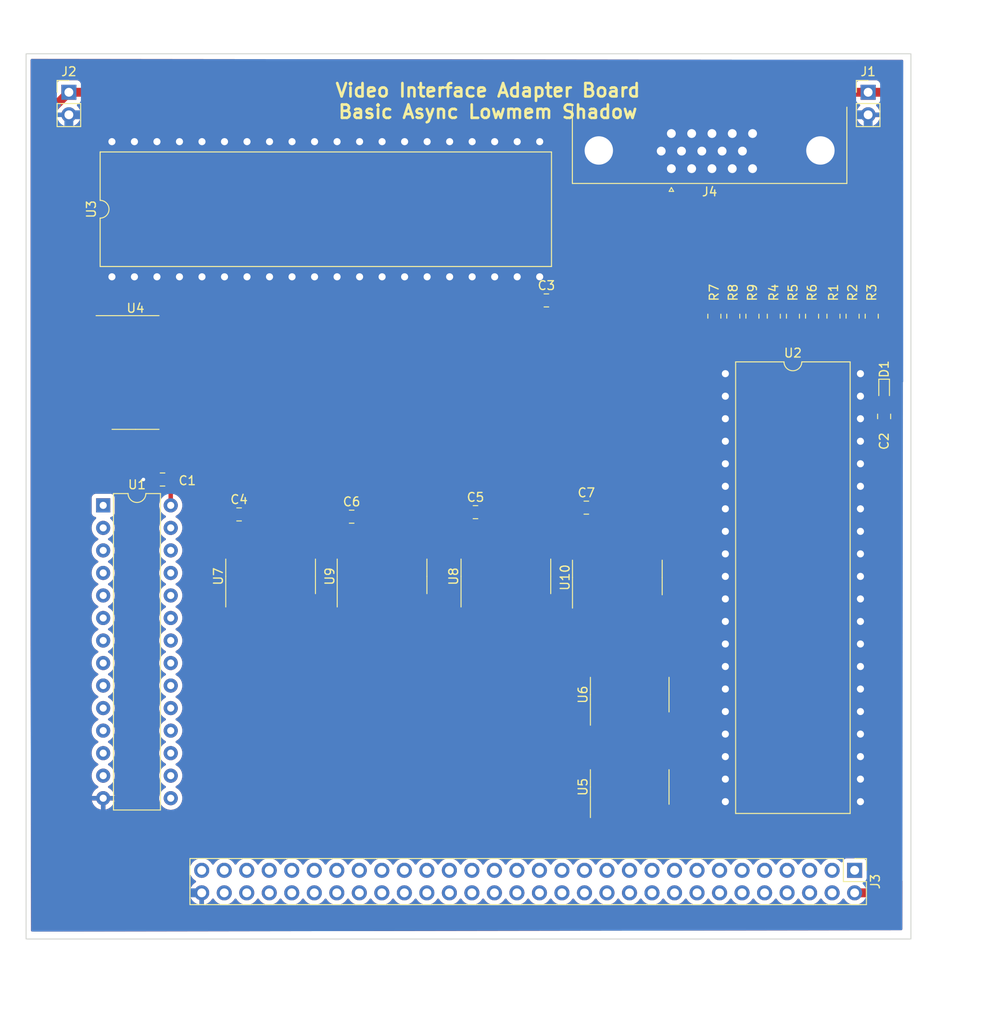
<source format=kicad_pcb>
(kicad_pcb (version 20211014) (generator pcbnew)
  (layers (0 "F.Cu" signal) (31 "B.Cu" signal) (34 "B.Paste" user) (35 "F.Paste" user) (36 "B.SilkS" user "B.Silkscreen") (37 "F.SilkS" user "F.Silkscreen") (38 "B.Mask" user) (39 "F.Mask" user) (44 "Edge.Cuts" user))
  (net 0 "")
  (net 1 "+5V")
  (net 2 "GND")
  (net 4 "Clock24")
  (net 5 "Clock3")
  (net 7 "Clock6")
  (net 8 "~{E}")
  (net 9 "E")
  (net 10 "~{Q}")
  (net 11 "Q")
  (net 12 "D0")
  (net 13 "A0")
  (net 14 "D1")
  (net 15 "A1")
  (net 16 "D2")
  (net 17 "A2")
  (net 18 "D3")
  (net 19 "A3")
  (net 20 "D4")
  (net 21 "A4")
  (net 22 "D5")
  (net 23 "A5")
  (net 24 "D6")
  (net 25 "A6")
  (net 26 "D7")
  (net 27 "A7")
  (net 28 "MAPPED_MEM")
  (net 29 "A8")
  (net 30 "ROM{slash}~{RAM}")
  (net 31 "A9")
  (net 32 "Q1")
  (net 33 "A10")
  (net 34 "Q2")
  (net 35 "A11")
  (net 36 "Q3")
  (net 37 "A12")
  (net 38 "Q4")
  (net 39 "A13")
  (net 40 "Q5")
  (net 41 "A14")
  (net 42 "Q6")
  (net 43 "A15")
  (net 44 "Q7")
  (net 46 "Q8")
  (net 47 "~{RESET}")
  (net 48 "~{DMA}")
  (net 49 "~{NMI}")
  (net 50 "R{slash}~{W}")
  (net 51 "~{FIRQ}")
  (net 52 "~{HALT}")
  (net 53 "~{IRQ}")
  (net 55 "BA")
  (net 56 "MRDY")
  (net 57 "BS")
  (net 61 "+5VD")
  (net 62 "Rvga")
  (net 63 "Net-(R1-Pad2)")
  (net 64 "Net-(R2-Pad2)")
  (net 65 "Net-(R3-Pad2)")
  (net 66 "Gvga")
  (net 67 "Net-(R4-Pad2)")
  (net 68 "Net-(R5-Pad2)")
  (net 69 "Net-(R6-Pad2)")
  (net 70 "Bvga")
  (net 71 "Net-(R7-Pad2)")
  (net 72 "Net-(R8-Pad2)")
  (net 73 "Net-(R9-Pad2)")
  (net 74 "DD0")
  (net 75 "DD1")
  (net 76 "DD2")
  (net 77 "DD3")
  (net 78 "DD4")
  (net 79 "DD5")
  (net 80 "DD6")
  (net 81 "DD7")
  (net 85 "VCLK")
  (net 86 "~{LOAD_BASE}{slash}RUN")
  (net 87 "~{A}{slash}G")
  (net 93 "PA0")
  (net 94 "PA1")
  (net 95 "PA2")
  (net 96 "PA3")
  (net 97 "PA4")
  (net 98 "PA5")
  (net 99 "PA6")
  (net 100 "PA7")
  (net 101 "PB0")
  (net 102 "PB1")
  (net 103 "PB2")
  (net 104 "PB3")
  (net 105 "PB4")
  (net 106 "PB5")
  (net 107 "PB6")
  (net 108 "CB0")
  (net 109 "CB1")
  (net 110 "~{CS2}")
  (net 111 "CA1")
  (net 112 "CA0")
  (net 113 "Net-(U5-Pad2)")
  (net 114 "Net-(U5-Pad4)")
  (net 115 "Net-(U5-Pad10)")
  (net 116 "Net-(U5-Pad13)")
  (net 117 "Net-(U6-Pad13)")
  (net 118 "CARRY0")
  (net 119 "CARRY1")
  (net 120 "CARRY2")
  (net 127 "Hsync")
  (net 128 "Vsync")
  (footprint "Package_DIP:DIP-40_W15.24mm" (layer "F.Cu") (at 147.188 69.728)
    (fp_text reference "U2")
    (fp_text value "Pico")
  )
  (footprint "Package_SO:SO-16_3.9x9.9mm_P1.27mm" (layer "F.Cu") (at 108.458 92.583 90)
    (fp_text reference "U9")
    (fp_text value "74LS163")
  )
  (footprint "Capacitor_SMD:C_0805_2012Metric" (layer "F.Cu") (at 127 61.468)
    (fp_text reference "C3")
    (fp_text value "1uF")
  )
  (footprint "Resistor_SMD:R_0805_2012Metric" (layer "F.Cu") (at 154.813 63.246 -90)
    (fp_text reference "R5")
    (fp_text value "1K" hide)
  )
  (footprint "Capacitor_SMD:C_0805_2012Metric" (layer "F.Cu") (at 165.1 74.549 -90)
    (fp_text reference "C2")
    (fp_text value "10uF")
  )
  (footprint "Package_SO:SO-14_3.9x8.65mm_P1.27mm" (layer "F.Cu") (at 136.398 116.332 90)
    (fp_text reference "U5")
    (fp_text value "74HC02")
  )
  (footprint "Resistor_SMD:R_0805_2012Metric" (layer "F.Cu") (at 150.241 63.246 -90)
    (fp_text reference "R9")
    (fp_text value "2K" hide)
  )
  (footprint "Capacitor_SMD:C_0805_2012Metric" (layer "F.Cu") (at 131.506 84.836)
    (fp_text reference "C7")
    (fp_text value "1uF")
  )
  (footprint "Connector_PinHeader_2.54mm:PinHeader_1x02_P2.54mm_Vertical" (layer "F.Cu") (at 163.2966 37.9968)
    (fp_text reference "J1")
    (fp_text value "Conn_01x02_Male")
  )
  (footprint "Package_SO:SO-20_5.3x12.6mm_P1.27mm" (layer "F.Cu") (at 80.645 69.596)
    (fp_text reference "U4")
    (fp_text value "74HC244")
  )
  (footprint "Package_DIP:DIP-28_W7.62mm" (layer "F.Cu") (at 76.997 84.578)
    (fp_text reference "U1")
    (fp_text value "UM61256FK")
  )
  (footprint "Capacitor_SMD:C_0805_2012Metric" (layer "F.Cu") (at 118.999 85.344)
    (fp_text reference "C5")
    (fp_text value "1uF")
  )
  (footprint "Package_SO:SO-16_3.9x9.9mm_P1.27mm" (layer "F.Cu") (at 95.885 92.583 90)
    (fp_text reference "U7")
    (fp_text value "74LS163")
  )
  (footprint "Connector_PinHeader_2.54mm:PinHeader_1x02_P2.54mm_Vertical" (layer "F.Cu") (at 73.1266 37.9968)
    (fp_text reference "J2")
    (fp_text value "Conn_01x02_Male")
  )
  (footprint "Resistor_SMD:R_0805_2012Metric" (layer "F.Cu") (at 148.082 63.246 -90)
    (fp_text reference "R8")
    (fp_text value "1K" hide)
  )
  (footprint "Package_DIP:DIP-40_W15.24mm" (layer "F.Cu") (at 77.983 58.806 90)
    (fp_text reference "U3")
    (fp_text value "W65C21N")
  )
  (footprint "Connector_PinHeader_2.54mm:PinHeader_2x30_P2.54mm_Vertical" (layer "F.Cu") (at 161.7726 125.7284 -90)
    (fp_text reference "J3")
    (fp_text value "Conn_02x30_Odd_Even")
  )
  (footprint "Package_SO:SO-16_3.9x9.9mm_P1.27mm" (layer "F.Cu") (at 135.001 92.71 90)
    (fp_text reference "U10")
    (fp_text value "74LS163")
  )
  (footprint "Resistor_SMD:R_0805_2012Metric" (layer "F.Cu") (at 163.703 63.246 -90)
    (fp_text reference "R3")
    (fp_text value "2K" hide)
  )
  (footprint "Resistor_SMD:R_0805_2012Metric" (layer "F.Cu") (at 156.972 63.246 -90)
    (fp_text reference "R6")
    (fp_text value "2K" hide)
  )
  (footprint "Capacitor_SMD:C_0805_2012Metric" (layer "F.Cu") (at 83.693 81.661 180)
    (fp_text reference "C1")
    (fp_text value "1uF")
  )
  (footprint "Package_SO:SO-16_3.9x9.9mm_P1.27mm" (layer "F.Cu") (at 122.428 92.583 90)
    (fp_text reference "U8")
    (fp_text value "74LS163")
  )
  (footprint "Resistor_SMD:R_0805_2012Metric" (layer "F.Cu") (at 145.9465 63.246 -90)
    (fp_text reference "R7")
    (fp_text value "499R" hide)
  )
  (footprint "Capacitor_SMD:C_0805_2012Metric" (layer "F.Cu") (at 105.029 85.852)
    (fp_text reference "C6")
    (fp_text value "1uF")
  )
  (footprint "Resistor_SMD:R_0805_2012Metric" (layer "F.Cu") (at 152.654 63.246 -90)
    (fp_text reference "R4")
    (fp_text value "499R" hide)
  )
  (footprint "Connector_Dsub:DSUB-15-HD_Female_Horizontal_P2.29x1.98mm_EdgePinOffset3.03mm_Housed_MountingHolesOffset4.94mm" (layer "F.Cu") (at 141.097 46.609 180)
    (fp_text reference "J4")
    (fp_text value "DB15_Female_HighDensity_MountingHoles")
  )
  (footprint "Capacitor_SMD:C_0805_2012Metric" (layer "F.Cu") (at 92.329 85.598)
    (fp_text reference "C4")
    (fp_text value "1uF")
  )
  (footprint "Package_SO:SO-14_3.9x8.65mm_P1.27mm" (layer "F.Cu") (at 136.398 105.918 90)
    (fp_text reference "U6")
    (fp_text value "74HC21")
  )
  (footprint "Diode_SMD:D_SOD-523" (layer "F.Cu") (at 165.1 71.501 -90)
    (fp_text reference "D1")
    (fp_text value "1N5817")
  )
  (footprint "Resistor_SMD:R_0805_2012Metric" (layer "F.Cu") (at 161.544 63.246 -90)
    (fp_text reference "R2")
    (fp_text value "1K" hide)
  )
  (footprint "Resistor_SMD:R_0805_2012Metric" (layer "F.Cu") (at 159.385 63.246 -90)
    (fp_text reference "R1")
    (fp_text value "499R" hide)
  )
  (gr_rect (start 68.3006 33.655) (end 168.1226 133.477) (layer "Edge.Cuts") (width 0.1) (fill none))
  (gr_text "Video Interface Adapter Board\nBasic Async Lowmem Shadow" (at 120.396 38.989) (layer "F.SilkS") (effects (font (size 1.5 1.5) (thickness 0.3))))
  (segment (start 84.617 84.578) (end 84.617 81.687) (width 0.5) (layer "F.Cu") (net 1))
  (segment (start 166.599 56.871) (end 166.599 110.6918) (width 1) (layer "F.Cu") (net 1))
  (segment (start 84.617 81.687) (end 84.643 81.661) (width 0.5) (layer "F.Cu") (net 1))
  (segment (start 166.599 110.6918) (end 166.624 110.7168) (width 1) (layer "F.Cu") (net 1))
  (segment (start 165.1 72.201) (end 166.562 72.201) (width 0.5) (layer "F.Cu") (net 1))
  (segment (start 166.624 116.8638) (end 166.599 116.8888) (width 1) (layer "F.Cu") (net 1))
  (segment (start 164.059 128.3188) (end 164.008 128.2688) (width 1) (layer "F.Cu") (net 1))
  (segment (start 165.125 37.9968) (end 166.599 39.47) (width 1) (layer "F.Cu") (net 1))
  (segment (start 73.1266 37.9968) (end 163.2966 37.9968) (width 1) (layer "F.Cu") (net 1))
  (segment (start 164.008 128.2688) (end 161.773 128.2688) (width 1) (layer "F.Cu") (net 1))
  (segment (start 83.566 79.756) (end 84.643 80.833) (width 1) (layer "F.Cu") (net 1))
  (segment (start 84.643 80.833) (end 84.643 81.661) (width 1) (layer "F.Cu") (net 1))
  (segment (start 71.247 77.216) (end 73.787 79.756) (width 1) (layer "F.Cu") (net 1))
  (segment (start 166.624 110.7168) (end 166.624 116.8638) (width 1) (layer "F.Cu") (net 1))
  (segment (start 166.599 39.47) (end 166.599 56.871) (width 1) (layer "F.Cu") (net 1))
  (segment (start 73.787 79.756) (end 83.566 79.756) (width 1) (layer "F.Cu") (net 1))
  (segment (start 161.773 128.2688) (end 161.7726 128.2684) (width 1) (layer "F.Cu") (net 1))
  (segment (start 166.599 116.8888) (end 166.599 125.7788) (width 1) (layer "F.Cu") (net 1))
  (segment (start 71.247 39.8764) (end 71.247 77.216) (width 1) (layer "F.Cu") (net 1))
  (segment (start 166.599 125.7788) (end 164.059 128.3188) (width 1) (layer "F.Cu") (net 1))
  (segment (start 73.1266 37.9968) (end 71.247 39.8764) (width 1) (layer "F.Cu") (net 1))
  (segment (start 163.2966 37.9968) (end 165.125 37.9968) (width 1) (layer "F.Cu") (net 1))
  (segment (start 165.1 72.201) (end 165.1 73.599) (width 0.5) (layer "F.Cu") (net 1))
  (segment (start 166.562 56.834) (end 166.599 56.871) (width 0.5) (layer "F.Cu") (net 1))
  (segment (start 164.409 74.808) (end 165.1 75.499) (width 0.5) (layer "F.Cu") (net 2))
  (segment (start 162.428 74.808) (end 164.409 74.808) (width 0.5) (layer "F.Cu") (net 2))
  (segment (start 82.743 81.661) (end 81.534 81.661) (width 0.5) (layer "F.Cu") (net 2))
  (via (at 81.534 81.661) (size 0.8) (drill 0.4) (layers "F.Cu" "B.Cu") (net 2))
  (segment (start 73.1266 92.6068) (end 73.1266 123.3918) (width 1) (layer "B.Cu") (net 2))
  (segment (start 73.1266 82.5992) (end 73.1266 92.6068) (width 1) (layer "B.Cu") (net 2))
  (segment (start 88.1126 128.2684) (end 88.1126 128.2688) (width 1) (layer "B.Cu") (net 2))
  (segment (start 73.1266 40.5368) (end 73.1266 81.6356) (width 1) (layer "B.Cu") (net 2))
  (segment (start 73.1266 81.6356) (end 73.1266 82.5992) (width 1) (layer "B.Cu") (net 2))
  (segment (start 73.152 81.661) (end 73.1266 81.6356) (width 0.5) (layer "B.Cu") (net 2))
  (segment (start 88.1126 128.2688) (end 88.113 128.2688) (width 1) (layer "B.Cu") (net 2))
  (segment (start 163.2966 42.3926) (end 166.751 45.847) (width 1) (layer "B.Cu") (net 2))
  (segment (start 81.534 81.661) (end 73.152 81.661) (width 0.5) (layer "B.Cu") (net 2))
  (segment (start 78.003 128.2688) (end 88.1126 128.2688) (width 1) (layer "B.Cu") (net 2))
  (segment (start 163.2966 40.5368) (end 163.2966 42.3926) (width 1) (layer "B.Cu") (net 2))
  (segment (start 73.1266 40.5368) (end 163.2966 40.5368) (width 1) (layer "B.Cu") (net 2))
  (segment (start 166.751 70.485) (end 162.428 74.808) (width 1) (layer "B.Cu") (net 2))
  (segment (start 166.751 45.847) (end 166.751 70.485) (width 1) (layer "B.Cu") (net 2))
  (segment (start 163.2966 40.5368) (end 163.297 40.5368) (width 1) (layer "B.Cu") (net 2))
  (segment (start 73.1266 123.3918) (end 78.003 128.2688) (width 1) (layer "B.Cu") (net 2))
  (segment (start 165.1 70.801) (end 163.895 70.801) (width 0.5) (layer "F.Cu") (net 61))
  (segment (start 163.895 70.801) (end 162.428 72.268) (width 0.5) (layer "F.Cu") (net 61))
  (zone (net 2) (net_name "GND") (layers F&B.Cu) (connect_pads (clearance 0.508)) (min_thickness 0.254) (fill yes (thermal_gap 0.508) (thermal_bridge_width 0.508))
    (polygon (pts (xy 167.259 34.3392) (xy 167.1574 132.4848) (xy 68.8594 132.6372) (xy 68.707 34.2376) (xy 68.9102 34.2376)))
  )
)
</source>
